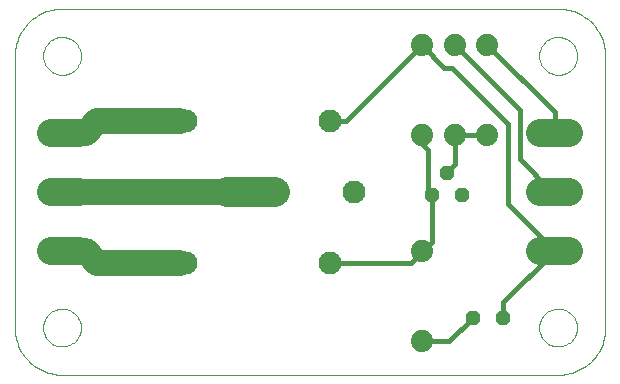
<source format=gtl>
G75*
G70*
%OFA0B0*%
%FSLAX24Y24*%
%IPPOS*%
%LPD*%
%AMOC8*
5,1,8,0,0,1.08239X$1,22.5*
%
%ADD10C,0.0740*%
%ADD11OC8,0.0480*%
%ADD12C,0.0937*%
%ADD13C,0.0768*%
%ADD14C,0.0000*%
%ADD15C,0.0160*%
%ADD16R,0.0356X0.0356*%
%ADD17C,0.0860*%
%ADD18C,0.1000*%
D10*
X016709Y004538D03*
X016709Y007538D03*
X016709Y011400D03*
X017824Y011400D03*
X018891Y011400D03*
X018891Y014400D03*
X017824Y014400D03*
X016709Y014400D03*
D11*
X017528Y010150D03*
X017028Y009400D03*
X018028Y009400D03*
X018406Y005325D03*
X019406Y005325D03*
D12*
X020656Y007552D02*
X021593Y007552D01*
X021593Y009521D02*
X020656Y009521D01*
X020656Y011489D02*
X021593Y011489D01*
X005284Y011486D02*
X004347Y011486D01*
X004347Y009518D02*
X005284Y009518D01*
X005284Y007549D02*
X004347Y007549D01*
D13*
X008843Y007156D03*
X013646Y007156D03*
X014434Y009518D03*
X013646Y011880D03*
X008843Y011880D03*
D14*
X004709Y003416D02*
X021245Y003416D01*
X020615Y004990D02*
X020617Y005040D01*
X020623Y005090D01*
X020633Y005139D01*
X020647Y005187D01*
X020664Y005234D01*
X020685Y005279D01*
X020710Y005323D01*
X020738Y005364D01*
X020770Y005403D01*
X020804Y005440D01*
X020841Y005474D01*
X020881Y005504D01*
X020923Y005531D01*
X020967Y005555D01*
X021013Y005576D01*
X021060Y005592D01*
X021108Y005605D01*
X021158Y005614D01*
X021207Y005619D01*
X021258Y005620D01*
X021308Y005617D01*
X021357Y005610D01*
X021406Y005599D01*
X021454Y005584D01*
X021500Y005566D01*
X021545Y005544D01*
X021588Y005518D01*
X021629Y005489D01*
X021668Y005457D01*
X021704Y005422D01*
X021736Y005384D01*
X021766Y005344D01*
X021793Y005301D01*
X021816Y005257D01*
X021835Y005211D01*
X021851Y005163D01*
X021863Y005114D01*
X021871Y005065D01*
X021875Y005015D01*
X021875Y004965D01*
X021871Y004915D01*
X021863Y004866D01*
X021851Y004817D01*
X021835Y004769D01*
X021816Y004723D01*
X021793Y004679D01*
X021766Y004636D01*
X021736Y004596D01*
X021704Y004558D01*
X021668Y004523D01*
X021629Y004491D01*
X021588Y004462D01*
X021545Y004436D01*
X021500Y004414D01*
X021454Y004396D01*
X021406Y004381D01*
X021357Y004370D01*
X021308Y004363D01*
X021258Y004360D01*
X021207Y004361D01*
X021158Y004366D01*
X021108Y004375D01*
X021060Y004388D01*
X021013Y004404D01*
X020967Y004425D01*
X020923Y004449D01*
X020881Y004476D01*
X020841Y004506D01*
X020804Y004540D01*
X020770Y004577D01*
X020738Y004616D01*
X020710Y004657D01*
X020685Y004701D01*
X020664Y004746D01*
X020647Y004793D01*
X020633Y004841D01*
X020623Y004890D01*
X020617Y004940D01*
X020615Y004990D01*
X021245Y003415D02*
X021322Y003417D01*
X021399Y003423D01*
X021476Y003432D01*
X021552Y003445D01*
X021628Y003462D01*
X021702Y003483D01*
X021776Y003507D01*
X021848Y003535D01*
X021918Y003566D01*
X021987Y003601D01*
X022055Y003639D01*
X022120Y003680D01*
X022183Y003725D01*
X022244Y003773D01*
X022303Y003823D01*
X022359Y003876D01*
X022412Y003932D01*
X022462Y003991D01*
X022510Y004052D01*
X022555Y004115D01*
X022596Y004180D01*
X022634Y004248D01*
X022669Y004317D01*
X022700Y004387D01*
X022728Y004459D01*
X022752Y004533D01*
X022773Y004607D01*
X022790Y004683D01*
X022803Y004759D01*
X022812Y004836D01*
X022818Y004913D01*
X022820Y004990D01*
X022820Y014046D01*
X020615Y014046D02*
X020617Y014096D01*
X020623Y014146D01*
X020633Y014195D01*
X020647Y014243D01*
X020664Y014290D01*
X020685Y014335D01*
X020710Y014379D01*
X020738Y014420D01*
X020770Y014459D01*
X020804Y014496D01*
X020841Y014530D01*
X020881Y014560D01*
X020923Y014587D01*
X020967Y014611D01*
X021013Y014632D01*
X021060Y014648D01*
X021108Y014661D01*
X021158Y014670D01*
X021207Y014675D01*
X021258Y014676D01*
X021308Y014673D01*
X021357Y014666D01*
X021406Y014655D01*
X021454Y014640D01*
X021500Y014622D01*
X021545Y014600D01*
X021588Y014574D01*
X021629Y014545D01*
X021668Y014513D01*
X021704Y014478D01*
X021736Y014440D01*
X021766Y014400D01*
X021793Y014357D01*
X021816Y014313D01*
X021835Y014267D01*
X021851Y014219D01*
X021863Y014170D01*
X021871Y014121D01*
X021875Y014071D01*
X021875Y014021D01*
X021871Y013971D01*
X021863Y013922D01*
X021851Y013873D01*
X021835Y013825D01*
X021816Y013779D01*
X021793Y013735D01*
X021766Y013692D01*
X021736Y013652D01*
X021704Y013614D01*
X021668Y013579D01*
X021629Y013547D01*
X021588Y013518D01*
X021545Y013492D01*
X021500Y013470D01*
X021454Y013452D01*
X021406Y013437D01*
X021357Y013426D01*
X021308Y013419D01*
X021258Y013416D01*
X021207Y013417D01*
X021158Y013422D01*
X021108Y013431D01*
X021060Y013444D01*
X021013Y013460D01*
X020967Y013481D01*
X020923Y013505D01*
X020881Y013532D01*
X020841Y013562D01*
X020804Y013596D01*
X020770Y013633D01*
X020738Y013672D01*
X020710Y013713D01*
X020685Y013757D01*
X020664Y013802D01*
X020647Y013849D01*
X020633Y013897D01*
X020623Y013946D01*
X020617Y013996D01*
X020615Y014046D01*
X021245Y015621D02*
X021322Y015619D01*
X021399Y015613D01*
X021476Y015604D01*
X021552Y015591D01*
X021628Y015574D01*
X021702Y015553D01*
X021776Y015529D01*
X021848Y015501D01*
X021918Y015470D01*
X021987Y015435D01*
X022055Y015397D01*
X022120Y015356D01*
X022183Y015311D01*
X022244Y015263D01*
X022303Y015213D01*
X022359Y015160D01*
X022412Y015104D01*
X022462Y015045D01*
X022510Y014984D01*
X022555Y014921D01*
X022596Y014856D01*
X022634Y014788D01*
X022669Y014719D01*
X022700Y014649D01*
X022728Y014577D01*
X022752Y014503D01*
X022773Y014429D01*
X022790Y014353D01*
X022803Y014277D01*
X022812Y014200D01*
X022818Y014123D01*
X022820Y014046D01*
X021245Y015620D02*
X004709Y015620D01*
X004079Y014046D02*
X004081Y014096D01*
X004087Y014146D01*
X004097Y014195D01*
X004111Y014243D01*
X004128Y014290D01*
X004149Y014335D01*
X004174Y014379D01*
X004202Y014420D01*
X004234Y014459D01*
X004268Y014496D01*
X004305Y014530D01*
X004345Y014560D01*
X004387Y014587D01*
X004431Y014611D01*
X004477Y014632D01*
X004524Y014648D01*
X004572Y014661D01*
X004622Y014670D01*
X004671Y014675D01*
X004722Y014676D01*
X004772Y014673D01*
X004821Y014666D01*
X004870Y014655D01*
X004918Y014640D01*
X004964Y014622D01*
X005009Y014600D01*
X005052Y014574D01*
X005093Y014545D01*
X005132Y014513D01*
X005168Y014478D01*
X005200Y014440D01*
X005230Y014400D01*
X005257Y014357D01*
X005280Y014313D01*
X005299Y014267D01*
X005315Y014219D01*
X005327Y014170D01*
X005335Y014121D01*
X005339Y014071D01*
X005339Y014021D01*
X005335Y013971D01*
X005327Y013922D01*
X005315Y013873D01*
X005299Y013825D01*
X005280Y013779D01*
X005257Y013735D01*
X005230Y013692D01*
X005200Y013652D01*
X005168Y013614D01*
X005132Y013579D01*
X005093Y013547D01*
X005052Y013518D01*
X005009Y013492D01*
X004964Y013470D01*
X004918Y013452D01*
X004870Y013437D01*
X004821Y013426D01*
X004772Y013419D01*
X004722Y013416D01*
X004671Y013417D01*
X004622Y013422D01*
X004572Y013431D01*
X004524Y013444D01*
X004477Y013460D01*
X004431Y013481D01*
X004387Y013505D01*
X004345Y013532D01*
X004305Y013562D01*
X004268Y013596D01*
X004234Y013633D01*
X004202Y013672D01*
X004174Y013713D01*
X004149Y013757D01*
X004128Y013802D01*
X004111Y013849D01*
X004097Y013897D01*
X004087Y013946D01*
X004081Y013996D01*
X004079Y014046D01*
X003134Y014046D02*
X003136Y014123D01*
X003142Y014200D01*
X003151Y014277D01*
X003164Y014353D01*
X003181Y014429D01*
X003202Y014503D01*
X003226Y014577D01*
X003254Y014649D01*
X003285Y014719D01*
X003320Y014788D01*
X003358Y014856D01*
X003399Y014921D01*
X003444Y014984D01*
X003492Y015045D01*
X003542Y015104D01*
X003595Y015160D01*
X003651Y015213D01*
X003710Y015263D01*
X003771Y015311D01*
X003834Y015356D01*
X003899Y015397D01*
X003967Y015435D01*
X004036Y015470D01*
X004106Y015501D01*
X004178Y015529D01*
X004252Y015553D01*
X004326Y015574D01*
X004402Y015591D01*
X004478Y015604D01*
X004555Y015613D01*
X004632Y015619D01*
X004709Y015621D01*
X003135Y014046D02*
X003135Y004990D01*
X004079Y004990D02*
X004081Y005040D01*
X004087Y005090D01*
X004097Y005139D01*
X004111Y005187D01*
X004128Y005234D01*
X004149Y005279D01*
X004174Y005323D01*
X004202Y005364D01*
X004234Y005403D01*
X004268Y005440D01*
X004305Y005474D01*
X004345Y005504D01*
X004387Y005531D01*
X004431Y005555D01*
X004477Y005576D01*
X004524Y005592D01*
X004572Y005605D01*
X004622Y005614D01*
X004671Y005619D01*
X004722Y005620D01*
X004772Y005617D01*
X004821Y005610D01*
X004870Y005599D01*
X004918Y005584D01*
X004964Y005566D01*
X005009Y005544D01*
X005052Y005518D01*
X005093Y005489D01*
X005132Y005457D01*
X005168Y005422D01*
X005200Y005384D01*
X005230Y005344D01*
X005257Y005301D01*
X005280Y005257D01*
X005299Y005211D01*
X005315Y005163D01*
X005327Y005114D01*
X005335Y005065D01*
X005339Y005015D01*
X005339Y004965D01*
X005335Y004915D01*
X005327Y004866D01*
X005315Y004817D01*
X005299Y004769D01*
X005280Y004723D01*
X005257Y004679D01*
X005230Y004636D01*
X005200Y004596D01*
X005168Y004558D01*
X005132Y004523D01*
X005093Y004491D01*
X005052Y004462D01*
X005009Y004436D01*
X004964Y004414D01*
X004918Y004396D01*
X004870Y004381D01*
X004821Y004370D01*
X004772Y004363D01*
X004722Y004360D01*
X004671Y004361D01*
X004622Y004366D01*
X004572Y004375D01*
X004524Y004388D01*
X004477Y004404D01*
X004431Y004425D01*
X004387Y004449D01*
X004345Y004476D01*
X004305Y004506D01*
X004268Y004540D01*
X004234Y004577D01*
X004202Y004616D01*
X004174Y004657D01*
X004149Y004701D01*
X004128Y004746D01*
X004111Y004793D01*
X004097Y004841D01*
X004087Y004890D01*
X004081Y004940D01*
X004079Y004990D01*
X003134Y004990D02*
X003136Y004913D01*
X003142Y004836D01*
X003151Y004759D01*
X003164Y004683D01*
X003181Y004607D01*
X003202Y004533D01*
X003226Y004459D01*
X003254Y004387D01*
X003285Y004317D01*
X003320Y004248D01*
X003358Y004180D01*
X003399Y004115D01*
X003444Y004052D01*
X003492Y003991D01*
X003542Y003932D01*
X003595Y003876D01*
X003651Y003823D01*
X003710Y003773D01*
X003771Y003725D01*
X003834Y003680D01*
X003899Y003639D01*
X003967Y003601D01*
X004036Y003566D01*
X004106Y003535D01*
X004178Y003507D01*
X004252Y003483D01*
X004326Y003462D01*
X004402Y003445D01*
X004478Y003432D01*
X004555Y003423D01*
X004632Y003417D01*
X004709Y003415D01*
D15*
X013646Y007156D02*
X016328Y007156D01*
X016709Y007538D01*
X017028Y007857D01*
X017028Y009400D01*
X016914Y009514D01*
X016914Y010896D01*
X016709Y011101D01*
X016709Y011400D01*
X017824Y011400D02*
X018891Y011400D01*
X019572Y011782D02*
X017702Y013652D01*
X017457Y013652D01*
X016709Y014400D01*
X014190Y011880D01*
X013646Y011880D01*
X017528Y010150D02*
X017824Y010445D01*
X017824Y011400D01*
X019572Y011782D02*
X019572Y009106D01*
X021125Y007552D01*
X019406Y005834D01*
X019406Y005325D01*
X018406Y005325D02*
X017619Y004538D01*
X016709Y004538D01*
X021045Y009521D02*
X019965Y010601D01*
X019965Y012258D01*
X017824Y014400D01*
X018891Y014400D02*
X021125Y012165D01*
X021125Y011489D01*
X021125Y009521D02*
X021045Y009521D01*
D16*
X011796Y009518D03*
X010221Y009518D03*
X007072Y011880D03*
X007072Y007156D03*
D17*
X005891Y007156D01*
X005497Y007549D01*
X005103Y007549D01*
X007072Y007156D02*
X008646Y007156D01*
X010221Y009518D02*
X010812Y009518D01*
X010812Y009518D01*
X011796Y009518D01*
X010812Y009518D02*
X004815Y009518D01*
X004709Y009518D02*
X010221Y009518D01*
X008646Y011880D02*
X007072Y011880D01*
X005891Y011880D01*
X005497Y011486D01*
X005103Y011486D01*
D18*
X010221Y009518D02*
X011796Y009518D01*
M02*

</source>
